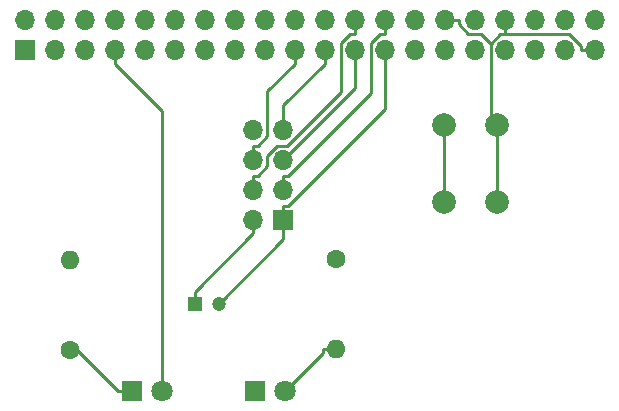
<source format=gbl>
G04 #@! TF.GenerationSoftware,KiCad,Pcbnew,5.0.2+dfsg1-1~bpo9+1*
G04 #@! TF.CreationDate,2020-08-17T13:34:05+01:00*
G04 #@! TF.ProjectId,nrf24l01-rpi,6e726632-346c-4303-912d-7270692e6b69,rev?*
G04 #@! TF.SameCoordinates,Original*
G04 #@! TF.FileFunction,Copper,L2,Bot*
G04 #@! TF.FilePolarity,Positive*
%FSLAX46Y46*%
G04 Gerber Fmt 4.6, Leading zero omitted, Abs format (unit mm)*
G04 Created by KiCad (PCBNEW 5.0.2+dfsg1-1~bpo9+1) date Mon 17 Aug 2020 13:34:05 IST*
%MOMM*%
%LPD*%
G01*
G04 APERTURE LIST*
G04 #@! TA.AperFunction,ComponentPad*
%ADD10C,2.000000*%
G04 #@! TD*
G04 #@! TA.AperFunction,ComponentPad*
%ADD11R,1.200000X1.200000*%
G04 #@! TD*
G04 #@! TA.AperFunction,ComponentPad*
%ADD12C,1.200000*%
G04 #@! TD*
G04 #@! TA.AperFunction,ComponentPad*
%ADD13R,1.700000X1.700000*%
G04 #@! TD*
G04 #@! TA.AperFunction,ComponentPad*
%ADD14O,1.700000X1.700000*%
G04 #@! TD*
G04 #@! TA.AperFunction,ComponentPad*
%ADD15C,1.800000*%
G04 #@! TD*
G04 #@! TA.AperFunction,ComponentPad*
%ADD16R,1.800000X1.800000*%
G04 #@! TD*
G04 #@! TA.AperFunction,ComponentPad*
%ADD17O,1.600000X1.600000*%
G04 #@! TD*
G04 #@! TA.AperFunction,ComponentPad*
%ADD18C,1.600000*%
G04 #@! TD*
G04 #@! TA.AperFunction,Conductor*
%ADD19C,0.250000*%
G04 #@! TD*
G04 APERTURE END LIST*
D10*
G04 #@! TO.P,SW1,2*
G04 #@! TO.N,GND*
X116006000Y-95504000D03*
G04 #@! TO.P,SW1,1*
G04 #@! TO.N,/GPIO3*
X111506000Y-95504000D03*
G04 #@! TO.P,SW1,2*
G04 #@! TO.N,GND*
X116006000Y-89004000D03*
G04 #@! TO.P,SW1,1*
G04 #@! TO.N,/GPIO3*
X111506000Y-89004000D03*
G04 #@! TD*
D11*
G04 #@! TO.P,C1,1*
G04 #@! TO.N,+3V3*
X90424000Y-104140000D03*
D12*
G04 #@! TO.P,C1,2*
G04 #@! TO.N,GND*
X92424000Y-104140000D03*
G04 #@! TD*
D13*
G04 #@! TO.P,J2,1*
G04 #@! TO.N,GND*
X97917000Y-97028000D03*
D14*
G04 #@! TO.P,J2,2*
G04 #@! TO.N,+3V3*
X95377000Y-97028000D03*
G04 #@! TO.P,J2,3*
G04 #@! TO.N,/SPI_1*
X97917000Y-94488000D03*
G04 #@! TO.P,J2,4*
G04 #@! TO.N,/SPI_0*
X95377000Y-94488000D03*
G04 #@! TO.P,J2,5*
G04 #@! TO.N,/SCLK*
X97917000Y-91948000D03*
G04 #@! TO.P,J2,6*
G04 #@! TO.N,/MOSI*
X95377000Y-91948000D03*
G04 #@! TO.P,J2,7*
G04 #@! TO.N,/MISO*
X97917000Y-89408000D03*
G04 #@! TO.P,J2,8*
G04 #@! TO.N,Net-(J2-Pad8)*
X95377000Y-89408000D03*
G04 #@! TD*
D13*
G04 #@! TO.P,J1,1*
G04 #@! TO.N,+3V3*
X76015600Y-82666900D03*
D14*
G04 #@! TO.P,J1,2*
G04 #@! TO.N,Net-(J1-Pad2)*
X76015600Y-80126900D03*
G04 #@! TO.P,J1,3*
G04 #@! TO.N,Net-(J1-Pad3)*
X78555600Y-82666900D03*
G04 #@! TO.P,J1,4*
G04 #@! TO.N,Net-(J1-Pad4)*
X78555600Y-80126900D03*
G04 #@! TO.P,J1,5*
G04 #@! TO.N,/GPIO3*
X81095600Y-82666900D03*
G04 #@! TO.P,J1,6*
G04 #@! TO.N,GND*
X81095600Y-80126900D03*
G04 #@! TO.P,J1,7*
G04 #@! TO.N,/GPIO4*
X83635600Y-82666900D03*
G04 #@! TO.P,J1,8*
G04 #@! TO.N,Net-(J1-Pad8)*
X83635600Y-80126900D03*
G04 #@! TO.P,J1,9*
G04 #@! TO.N,GND*
X86175600Y-82666900D03*
G04 #@! TO.P,J1,10*
G04 #@! TO.N,Net-(J1-Pad10)*
X86175600Y-80126900D03*
G04 #@! TO.P,J1,11*
G04 #@! TO.N,Net-(J1-Pad11)*
X88715600Y-82666900D03*
G04 #@! TO.P,J1,12*
G04 #@! TO.N,Net-(J1-Pad12)*
X88715600Y-80126900D03*
G04 #@! TO.P,J1,13*
G04 #@! TO.N,Net-(J1-Pad13)*
X91255600Y-82666900D03*
G04 #@! TO.P,J1,14*
G04 #@! TO.N,GND*
X91255600Y-80126900D03*
G04 #@! TO.P,J1,15*
G04 #@! TO.N,Net-(J1-Pad15)*
X93795600Y-82666900D03*
G04 #@! TO.P,J1,16*
G04 #@! TO.N,Net-(J1-Pad16)*
X93795600Y-80126900D03*
G04 #@! TO.P,J1,17*
G04 #@! TO.N,Net-(J1-Pad17)*
X96335600Y-82666900D03*
G04 #@! TO.P,J1,18*
G04 #@! TO.N,Net-(J1-Pad18)*
X96335600Y-80126900D03*
G04 #@! TO.P,J1,19*
G04 #@! TO.N,/MOSI*
X98875600Y-82666900D03*
G04 #@! TO.P,J1,20*
G04 #@! TO.N,GND*
X98875600Y-80126900D03*
G04 #@! TO.P,J1,21*
G04 #@! TO.N,/MISO*
X101415600Y-82666900D03*
G04 #@! TO.P,J1,22*
G04 #@! TO.N,Net-(J1-Pad22)*
X101415600Y-80126900D03*
G04 #@! TO.P,J1,23*
G04 #@! TO.N,/SCLK*
X103955600Y-82666900D03*
G04 #@! TO.P,J1,24*
G04 #@! TO.N,/SPI_0*
X103955600Y-80126900D03*
G04 #@! TO.P,J1,25*
G04 #@! TO.N,GND*
X106495600Y-82666900D03*
G04 #@! TO.P,J1,26*
G04 #@! TO.N,/SPI_1*
X106495600Y-80126900D03*
G04 #@! TO.P,J1,27*
G04 #@! TO.N,Net-(J1-Pad27)*
X109035600Y-82666900D03*
G04 #@! TO.P,J1,28*
G04 #@! TO.N,Net-(J1-Pad28)*
X109035600Y-80126900D03*
G04 #@! TO.P,J1,29*
G04 #@! TO.N,Net-(J1-Pad29)*
X111575600Y-82666900D03*
G04 #@! TO.P,J1,30*
G04 #@! TO.N,GND*
X111575600Y-80126900D03*
G04 #@! TO.P,J1,31*
G04 #@! TO.N,Net-(J1-Pad31)*
X114115600Y-82666900D03*
G04 #@! TO.P,J1,32*
G04 #@! TO.N,Net-(J1-Pad32)*
X114115600Y-80126900D03*
G04 #@! TO.P,J1,33*
G04 #@! TO.N,Net-(J1-Pad33)*
X116655600Y-82666900D03*
G04 #@! TO.P,J1,34*
G04 #@! TO.N,GND*
X116655600Y-80126900D03*
G04 #@! TO.P,J1,35*
G04 #@! TO.N,Net-(J1-Pad35)*
X119195600Y-82666900D03*
G04 #@! TO.P,J1,36*
G04 #@! TO.N,Net-(J1-Pad36)*
X119195600Y-80126900D03*
G04 #@! TO.P,J1,37*
G04 #@! TO.N,Net-(J1-Pad37)*
X121735600Y-82666900D03*
G04 #@! TO.P,J1,38*
G04 #@! TO.N,Net-(J1-Pad38)*
X121735600Y-80126900D03*
G04 #@! TO.P,J1,39*
G04 #@! TO.N,GND*
X124275600Y-82666900D03*
G04 #@! TO.P,J1,40*
G04 #@! TO.N,Net-(J1-Pad40)*
X124275600Y-80126900D03*
G04 #@! TD*
D15*
G04 #@! TO.P,D2,2*
G04 #@! TO.N,/GPIO4*
X87630000Y-111506000D03*
D16*
G04 #@! TO.P,D2,1*
G04 #@! TO.N,Net-(D2-Pad1)*
X85090000Y-111506000D03*
G04 #@! TD*
G04 #@! TO.P,D1,1*
G04 #@! TO.N,/GPIO4*
X95504000Y-111506000D03*
D15*
G04 #@! TO.P,D1,2*
G04 #@! TO.N,Net-(D1-Pad2)*
X98044000Y-111506000D03*
G04 #@! TD*
D17*
G04 #@! TO.P,R2,2*
G04 #@! TO.N,GND*
X79883000Y-100457000D03*
D18*
G04 #@! TO.P,R2,1*
G04 #@! TO.N,Net-(D2-Pad1)*
X79883000Y-108077000D03*
G04 #@! TD*
G04 #@! TO.P,R1,1*
G04 #@! TO.N,+3V3*
X102362000Y-100330000D03*
D17*
G04 #@! TO.P,R1,2*
G04 #@! TO.N,Net-(D1-Pad2)*
X102362000Y-107950000D03*
G04 #@! TD*
D19*
G04 #@! TO.N,+3V3*
X95377000Y-97028000D02*
X95377000Y-98203300D01*
X95377000Y-98203300D02*
X90424000Y-103156300D01*
X90424000Y-103156300D02*
X90424000Y-104140000D01*
G04 #@! TO.N,GND*
X92424000Y-104140000D02*
X97917000Y-98647000D01*
X97917000Y-98647000D02*
X97917000Y-97028000D01*
X124275600Y-82666900D02*
X123100300Y-82666900D01*
X116655600Y-81302200D02*
X122102900Y-81302200D01*
X122102900Y-81302200D02*
X123100300Y-82299600D01*
X123100300Y-82299600D02*
X123100300Y-82666900D01*
X115463100Y-82127400D02*
X116288300Y-81302200D01*
X116288300Y-81302200D02*
X116655600Y-81302200D01*
X97917000Y-97028000D02*
X97917000Y-95852700D01*
X97917000Y-95852700D02*
X98284300Y-95852700D01*
X98284300Y-95852700D02*
X106495600Y-87641400D01*
X106495600Y-87641400D02*
X106495600Y-82666900D01*
X115463100Y-82127400D02*
X115463100Y-88461100D01*
X115463100Y-88461100D02*
X116006000Y-89004000D01*
X115463100Y-82127400D02*
X114637900Y-81302200D01*
X114637900Y-81302200D02*
X113558800Y-81302200D01*
X113558800Y-81302200D02*
X112750900Y-80494300D01*
X112750900Y-80494300D02*
X112750900Y-80126900D01*
X111575600Y-80126900D02*
X112750900Y-80126900D01*
X116006000Y-89004000D02*
X116006000Y-95504000D01*
X116655600Y-80126900D02*
X116655600Y-81302200D01*
G04 #@! TO.N,Net-(D2-Pad1)*
X85090000Y-111506000D02*
X83864700Y-111506000D01*
X79883000Y-108077000D02*
X80435700Y-108077000D01*
X80435700Y-108077000D02*
X83864700Y-111506000D01*
G04 #@! TO.N,/GPIO4*
X83635600Y-82666900D02*
X83635600Y-83842200D01*
X87630000Y-111506000D02*
X87630000Y-87836600D01*
X87630000Y-87836600D02*
X83635600Y-83842200D01*
G04 #@! TO.N,/GPIO3*
X111506000Y-89004000D02*
X111506000Y-95504000D01*
G04 #@! TO.N,/MOSI*
X95377000Y-91948000D02*
X95377000Y-90772700D01*
X98875600Y-82666900D02*
X98875600Y-83842200D01*
X98875600Y-83842200D02*
X96552300Y-86165500D01*
X96552300Y-86165500D02*
X96552300Y-89964800D01*
X96552300Y-89964800D02*
X95744400Y-90772700D01*
X95744400Y-90772700D02*
X95377000Y-90772700D01*
G04 #@! TO.N,/MISO*
X97917000Y-89408000D02*
X97917000Y-87340800D01*
X97917000Y-87340800D02*
X101415600Y-83842200D01*
X101415600Y-82666900D02*
X101415600Y-83842200D01*
G04 #@! TO.N,/SCLK*
X103955600Y-82666900D02*
X103955600Y-85909400D01*
X103955600Y-85909400D02*
X97917000Y-91948000D01*
G04 #@! TO.N,/SPI_0*
X103955600Y-81302200D02*
X103588200Y-81302200D01*
X103588200Y-81302200D02*
X102780300Y-82110100D01*
X102780300Y-82110100D02*
X102780300Y-86220200D01*
X102780300Y-86220200D02*
X98227900Y-90772600D01*
X98227900Y-90772600D02*
X97391400Y-90772600D01*
X97391400Y-90772600D02*
X96552300Y-91611700D01*
X96552300Y-91611700D02*
X96552300Y-92504800D01*
X96552300Y-92504800D02*
X95744400Y-93312700D01*
X95744400Y-93312700D02*
X95377000Y-93312700D01*
X95377000Y-94488000D02*
X95377000Y-93312700D01*
X103955600Y-80126900D02*
X103955600Y-81302200D01*
G04 #@! TO.N,/SPI_1*
X97917000Y-94488000D02*
X97917000Y-93312700D01*
X106495600Y-80126900D02*
X106495600Y-81302200D01*
X106495600Y-81302200D02*
X106128200Y-81302200D01*
X106128200Y-81302200D02*
X105320300Y-82110100D01*
X105320300Y-82110100D02*
X105320300Y-86276700D01*
X105320300Y-86276700D02*
X98284300Y-93312700D01*
X98284300Y-93312700D02*
X97917000Y-93312700D01*
G04 #@! TO.N,Net-(D1-Pad2)*
X102362000Y-107950000D02*
X101236700Y-107950000D01*
X101236700Y-107950000D02*
X101236700Y-108313300D01*
X101236700Y-108313300D02*
X98044000Y-111506000D01*
G04 #@! TD*
M02*

</source>
